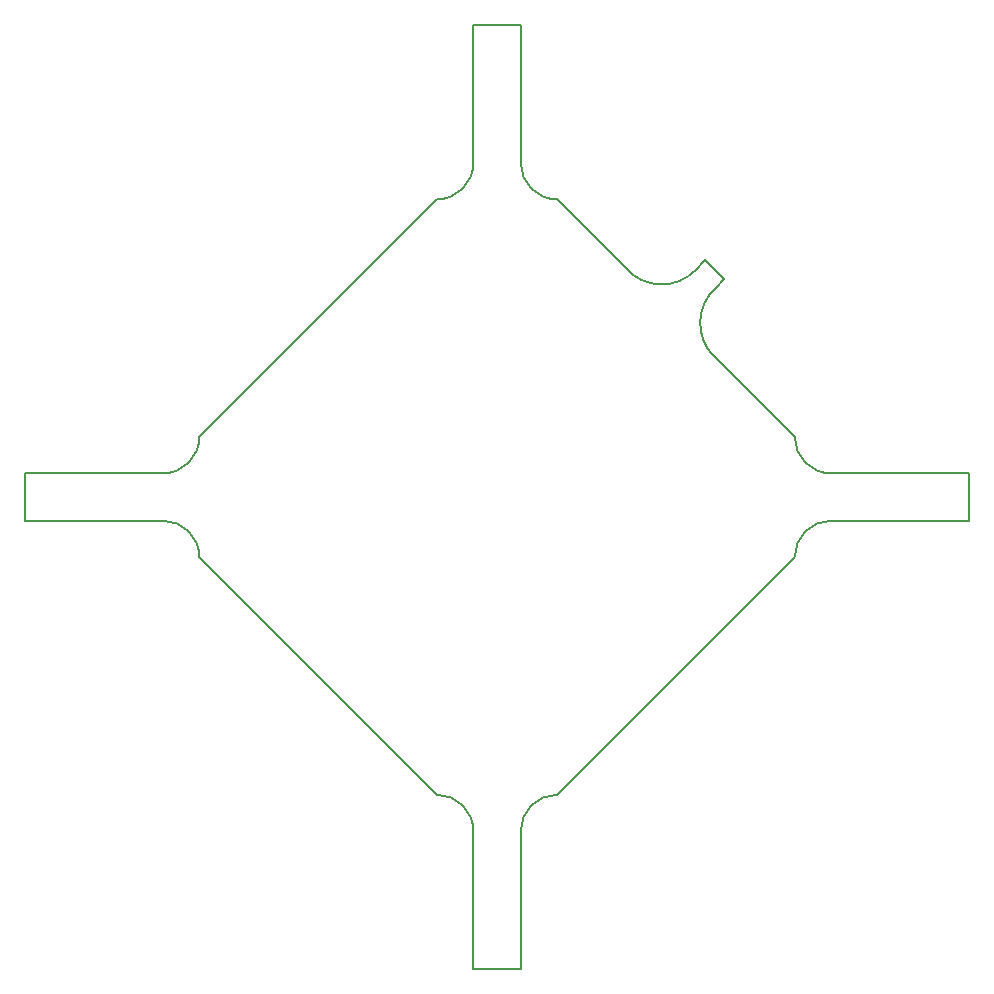
<source format=gbr>
G04 #@! TF.GenerationSoftware,KiCad,Pcbnew,5.0-dev-unknown-28f1209~61~ubuntu16.04.1*
G04 #@! TF.CreationDate,2018-02-18T17:05:59+01:00*
G04 #@! TF.ProjectId,roboy_crazyfly,726F626F795F6372617A79666C792E6B,rev?*
G04 #@! TF.SameCoordinates,Original*
G04 #@! TF.FileFunction,Profile,NP*
%FSLAX46Y46*%
G04 Gerber Fmt 4.6, Leading zero omitted, Abs format (unit mm)*
G04 Created by KiCad (PCBNEW 5.0-dev-unknown-28f1209~61~ubuntu16.04.1) date Sun Feb 18 17:05:59 2018*
%MOMM*%
%LPD*%
G01*
G04 APERTURE LIST*
%ADD10C,0.150000*%
G04 APERTURE END LIST*
D10*
X165200000Y-79900000D02*
X158400000Y-73100000D01*
X145100000Y-59800000D02*
X151000000Y-65700000D01*
X134900000Y-110200000D02*
G75*
G02X138000000Y-113300000I0J-3100000D01*
G01*
X142000000Y-113300000D02*
G75*
G02X145100000Y-110200000I3100000J0D01*
G01*
X165200000Y-90100000D02*
G75*
G02X168300000Y-87000000I3100000J0D01*
G01*
X168300000Y-83000000D02*
G75*
G02X165200000Y-79900000I0J3100000D01*
G01*
X145100000Y-59800000D02*
G75*
G02X142000000Y-56700000I0J3100000D01*
G01*
X138000000Y-56700000D02*
G75*
G02X134900000Y-59800000I-3100000J0D01*
G01*
X114800000Y-79900000D02*
G75*
G02X111700000Y-83000000I-3100000J0D01*
G01*
X111700000Y-87000000D02*
G75*
G02X114800000Y-90100000I0J-3100000D01*
G01*
X158383526Y-73121165D02*
G75*
G02X158537471Y-67267222I2853944J2853944D01*
G01*
X156791415Y-65821166D02*
G75*
G02X150937472Y-65667221I-2853944J2853944D01*
G01*
X165200000Y-90100000D02*
X145100000Y-110200000D01*
X100000000Y-87000000D02*
X111700000Y-87000000D01*
X159237471Y-66567222D02*
X158537471Y-67267222D01*
X157637471Y-64967222D02*
X159237471Y-66567222D01*
X156737471Y-65867222D02*
X157637471Y-64967222D01*
X138000000Y-125000000D02*
X138000000Y-113300000D01*
X142000000Y-125000000D02*
X142000000Y-113300000D01*
X180000000Y-87000000D02*
X168300000Y-87000000D01*
X180000000Y-83000000D02*
X168300000Y-83000000D01*
X114800000Y-90100000D02*
X134900000Y-110200000D01*
X142000000Y-45000000D02*
X142000000Y-56700000D01*
X138000000Y-56700000D02*
X138000000Y-45000000D01*
X114800000Y-79900000D02*
X134900000Y-59800000D01*
X100000000Y-83000000D02*
X111700000Y-83000000D01*
X100000000Y-83000000D02*
X100000000Y-87000000D01*
X142000000Y-125000000D02*
X138000000Y-125000000D01*
X180000000Y-83000000D02*
X180000000Y-87000000D01*
X138000000Y-45000000D02*
X142000000Y-45000000D01*
M02*

</source>
